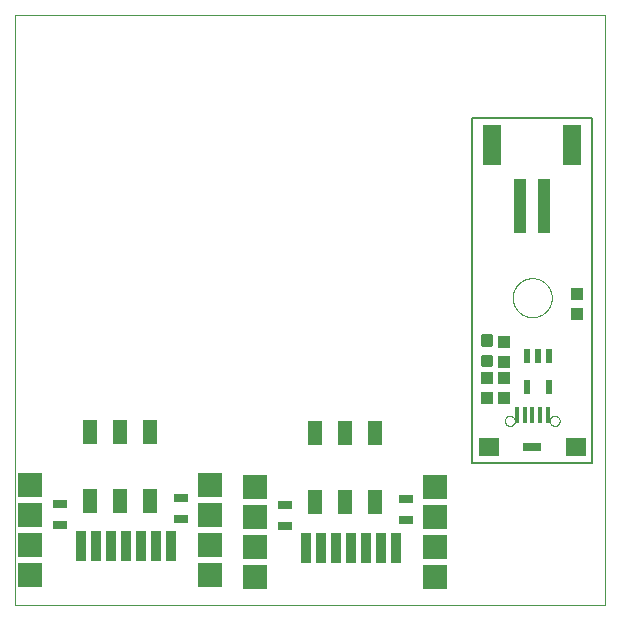
<source format=gtp>
G75*
%MOIN*%
%OFA0B0*%
%FSLAX25Y25*%
%IPPOS*%
%LPD*%
%AMOC8*
5,1,8,0,0,1.08239X$1,22.5*
%
%ADD10C,0.00004*%
%ADD11C,0.00800*%
%ADD12R,0.05000X0.08000*%
%ADD13R,0.03543X0.09843*%
%ADD14R,0.08000X0.08000*%
%ADD15R,0.04724X0.03150*%
%ADD16C,0.01181*%
%ADD17R,0.03937X0.04331*%
%ADD18R,0.02165X0.04724*%
%ADD19C,0.00000*%
%ADD20R,0.01575X0.05512*%
%ADD21R,0.07087X0.05906*%
%ADD22R,0.05906X0.02756*%
%ADD23R,0.03937X0.18110*%
%ADD24R,0.06299X0.13386*%
D10*
X0001500Y0052494D02*
X0001500Y0249344D01*
X0198350Y0249344D01*
X0198350Y0052494D01*
X0001500Y0052494D01*
D11*
X0154000Y0099994D02*
X0194000Y0099994D01*
X0194000Y0214994D01*
X0154000Y0214994D01*
X0154000Y0099994D01*
D12*
X0121500Y0109805D03*
X0111500Y0109805D03*
X0101500Y0109805D03*
X0101500Y0086805D03*
X0111500Y0086805D03*
X0121500Y0086805D03*
X0046500Y0087305D03*
X0036500Y0087305D03*
X0026500Y0087305D03*
X0026500Y0110305D03*
X0036500Y0110305D03*
X0046500Y0110305D03*
D13*
X0048583Y0072222D03*
X0053583Y0072222D03*
X0043583Y0072222D03*
X0038583Y0072222D03*
X0033583Y0072222D03*
X0028583Y0072222D03*
X0023583Y0072222D03*
X0098583Y0071722D03*
X0103583Y0071722D03*
X0108583Y0071722D03*
X0113583Y0071722D03*
X0118583Y0071722D03*
X0123583Y0071722D03*
X0128583Y0071722D03*
D14*
X0141500Y0071994D03*
X0141500Y0081994D03*
X0141500Y0091994D03*
X0141500Y0061994D03*
X0081500Y0061994D03*
X0081500Y0071994D03*
X0081500Y0081994D03*
X0081500Y0091994D03*
X0066500Y0092494D03*
X0066500Y0082494D03*
X0066500Y0072494D03*
X0066500Y0062494D03*
X0006500Y0062494D03*
X0006500Y0072494D03*
X0006500Y0082494D03*
X0006500Y0092494D03*
D15*
X0016500Y0086348D03*
X0016500Y0079262D03*
X0057000Y0081262D03*
X0057000Y0088348D03*
X0091500Y0085848D03*
X0091500Y0078762D03*
X0132000Y0080762D03*
X0132000Y0087848D03*
D16*
X0157622Y0132433D02*
X0160378Y0132433D01*
X0157622Y0132433D02*
X0157622Y0135189D01*
X0160378Y0135189D01*
X0160378Y0132433D01*
X0160378Y0133613D02*
X0157622Y0133613D01*
X0157622Y0134793D02*
X0160378Y0134793D01*
X0160378Y0139339D02*
X0157622Y0139339D01*
X0157622Y0142095D01*
X0160378Y0142095D01*
X0160378Y0139339D01*
X0160378Y0140519D02*
X0157622Y0140519D01*
X0157622Y0141699D02*
X0160378Y0141699D01*
D17*
X0164450Y0140251D03*
X0164450Y0133558D03*
X0164440Y0128111D03*
X0164440Y0121418D03*
X0158950Y0121428D03*
X0158950Y0128121D03*
X0189050Y0149618D03*
X0189050Y0156311D03*
D18*
X0179640Y0135483D03*
X0175900Y0135483D03*
X0172160Y0135483D03*
X0172160Y0125246D03*
X0179640Y0125246D03*
D19*
X0179807Y0113936D02*
X0179809Y0114017D01*
X0179815Y0114099D01*
X0179825Y0114180D01*
X0179839Y0114260D01*
X0179856Y0114339D01*
X0179878Y0114418D01*
X0179903Y0114495D01*
X0179932Y0114572D01*
X0179965Y0114646D01*
X0180002Y0114719D01*
X0180041Y0114790D01*
X0180085Y0114859D01*
X0180131Y0114926D01*
X0180181Y0114990D01*
X0180234Y0115052D01*
X0180290Y0115112D01*
X0180348Y0115168D01*
X0180410Y0115222D01*
X0180474Y0115273D01*
X0180540Y0115320D01*
X0180608Y0115364D01*
X0180679Y0115405D01*
X0180751Y0115442D01*
X0180826Y0115476D01*
X0180901Y0115506D01*
X0180979Y0115532D01*
X0181057Y0115555D01*
X0181136Y0115573D01*
X0181216Y0115588D01*
X0181297Y0115599D01*
X0181378Y0115606D01*
X0181460Y0115609D01*
X0181541Y0115608D01*
X0181622Y0115603D01*
X0181703Y0115594D01*
X0181784Y0115581D01*
X0181864Y0115564D01*
X0181942Y0115544D01*
X0182020Y0115519D01*
X0182097Y0115491D01*
X0182172Y0115459D01*
X0182245Y0115424D01*
X0182316Y0115385D01*
X0182386Y0115342D01*
X0182453Y0115297D01*
X0182519Y0115248D01*
X0182581Y0115196D01*
X0182641Y0115140D01*
X0182698Y0115082D01*
X0182753Y0115022D01*
X0182804Y0114958D01*
X0182852Y0114893D01*
X0182897Y0114825D01*
X0182939Y0114755D01*
X0182977Y0114683D01*
X0183012Y0114609D01*
X0183043Y0114534D01*
X0183070Y0114457D01*
X0183093Y0114379D01*
X0183113Y0114300D01*
X0183129Y0114220D01*
X0183141Y0114139D01*
X0183149Y0114058D01*
X0183153Y0113977D01*
X0183153Y0113895D01*
X0183149Y0113814D01*
X0183141Y0113733D01*
X0183129Y0113652D01*
X0183113Y0113572D01*
X0183093Y0113493D01*
X0183070Y0113415D01*
X0183043Y0113338D01*
X0183012Y0113263D01*
X0182977Y0113189D01*
X0182939Y0113117D01*
X0182897Y0113047D01*
X0182852Y0112979D01*
X0182804Y0112914D01*
X0182753Y0112850D01*
X0182698Y0112790D01*
X0182641Y0112732D01*
X0182581Y0112676D01*
X0182519Y0112624D01*
X0182453Y0112575D01*
X0182386Y0112530D01*
X0182317Y0112487D01*
X0182245Y0112448D01*
X0182172Y0112413D01*
X0182097Y0112381D01*
X0182020Y0112353D01*
X0181942Y0112328D01*
X0181864Y0112308D01*
X0181784Y0112291D01*
X0181703Y0112278D01*
X0181622Y0112269D01*
X0181541Y0112264D01*
X0181460Y0112263D01*
X0181378Y0112266D01*
X0181297Y0112273D01*
X0181216Y0112284D01*
X0181136Y0112299D01*
X0181057Y0112317D01*
X0180979Y0112340D01*
X0180901Y0112366D01*
X0180826Y0112396D01*
X0180751Y0112430D01*
X0180679Y0112467D01*
X0180608Y0112508D01*
X0180540Y0112552D01*
X0180474Y0112599D01*
X0180410Y0112650D01*
X0180348Y0112704D01*
X0180290Y0112760D01*
X0180234Y0112820D01*
X0180181Y0112882D01*
X0180131Y0112946D01*
X0180085Y0113013D01*
X0180041Y0113082D01*
X0180002Y0113153D01*
X0179965Y0113226D01*
X0179932Y0113300D01*
X0179903Y0113377D01*
X0179878Y0113454D01*
X0179856Y0113533D01*
X0179839Y0113612D01*
X0179825Y0113692D01*
X0179815Y0113773D01*
X0179809Y0113855D01*
X0179807Y0113936D01*
X0164847Y0113936D02*
X0164849Y0114017D01*
X0164855Y0114099D01*
X0164865Y0114180D01*
X0164879Y0114260D01*
X0164896Y0114339D01*
X0164918Y0114418D01*
X0164943Y0114495D01*
X0164972Y0114572D01*
X0165005Y0114646D01*
X0165042Y0114719D01*
X0165081Y0114790D01*
X0165125Y0114859D01*
X0165171Y0114926D01*
X0165221Y0114990D01*
X0165274Y0115052D01*
X0165330Y0115112D01*
X0165388Y0115168D01*
X0165450Y0115222D01*
X0165514Y0115273D01*
X0165580Y0115320D01*
X0165648Y0115364D01*
X0165719Y0115405D01*
X0165791Y0115442D01*
X0165866Y0115476D01*
X0165941Y0115506D01*
X0166019Y0115532D01*
X0166097Y0115555D01*
X0166176Y0115573D01*
X0166256Y0115588D01*
X0166337Y0115599D01*
X0166418Y0115606D01*
X0166500Y0115609D01*
X0166581Y0115608D01*
X0166662Y0115603D01*
X0166743Y0115594D01*
X0166824Y0115581D01*
X0166904Y0115564D01*
X0166982Y0115544D01*
X0167060Y0115519D01*
X0167137Y0115491D01*
X0167212Y0115459D01*
X0167285Y0115424D01*
X0167356Y0115385D01*
X0167426Y0115342D01*
X0167493Y0115297D01*
X0167559Y0115248D01*
X0167621Y0115196D01*
X0167681Y0115140D01*
X0167738Y0115082D01*
X0167793Y0115022D01*
X0167844Y0114958D01*
X0167892Y0114893D01*
X0167937Y0114825D01*
X0167979Y0114755D01*
X0168017Y0114683D01*
X0168052Y0114609D01*
X0168083Y0114534D01*
X0168110Y0114457D01*
X0168133Y0114379D01*
X0168153Y0114300D01*
X0168169Y0114220D01*
X0168181Y0114139D01*
X0168189Y0114058D01*
X0168193Y0113977D01*
X0168193Y0113895D01*
X0168189Y0113814D01*
X0168181Y0113733D01*
X0168169Y0113652D01*
X0168153Y0113572D01*
X0168133Y0113493D01*
X0168110Y0113415D01*
X0168083Y0113338D01*
X0168052Y0113263D01*
X0168017Y0113189D01*
X0167979Y0113117D01*
X0167937Y0113047D01*
X0167892Y0112979D01*
X0167844Y0112914D01*
X0167793Y0112850D01*
X0167738Y0112790D01*
X0167681Y0112732D01*
X0167621Y0112676D01*
X0167559Y0112624D01*
X0167493Y0112575D01*
X0167426Y0112530D01*
X0167357Y0112487D01*
X0167285Y0112448D01*
X0167212Y0112413D01*
X0167137Y0112381D01*
X0167060Y0112353D01*
X0166982Y0112328D01*
X0166904Y0112308D01*
X0166824Y0112291D01*
X0166743Y0112278D01*
X0166662Y0112269D01*
X0166581Y0112264D01*
X0166500Y0112263D01*
X0166418Y0112266D01*
X0166337Y0112273D01*
X0166256Y0112284D01*
X0166176Y0112299D01*
X0166097Y0112317D01*
X0166019Y0112340D01*
X0165941Y0112366D01*
X0165866Y0112396D01*
X0165791Y0112430D01*
X0165719Y0112467D01*
X0165648Y0112508D01*
X0165580Y0112552D01*
X0165514Y0112599D01*
X0165450Y0112650D01*
X0165388Y0112704D01*
X0165330Y0112760D01*
X0165274Y0112820D01*
X0165221Y0112882D01*
X0165171Y0112946D01*
X0165125Y0113013D01*
X0165081Y0113082D01*
X0165042Y0113153D01*
X0165005Y0113226D01*
X0164972Y0113300D01*
X0164943Y0113377D01*
X0164918Y0113454D01*
X0164896Y0113533D01*
X0164879Y0113612D01*
X0164865Y0113692D01*
X0164855Y0113773D01*
X0164849Y0113855D01*
X0164847Y0113936D01*
X0167500Y0154994D02*
X0167502Y0155155D01*
X0167508Y0155315D01*
X0167518Y0155476D01*
X0167532Y0155636D01*
X0167550Y0155796D01*
X0167571Y0155955D01*
X0167597Y0156114D01*
X0167627Y0156272D01*
X0167660Y0156429D01*
X0167698Y0156586D01*
X0167739Y0156741D01*
X0167784Y0156895D01*
X0167833Y0157048D01*
X0167886Y0157200D01*
X0167942Y0157351D01*
X0168003Y0157500D01*
X0168066Y0157648D01*
X0168134Y0157794D01*
X0168205Y0157938D01*
X0168279Y0158080D01*
X0168357Y0158221D01*
X0168439Y0158359D01*
X0168524Y0158496D01*
X0168612Y0158630D01*
X0168704Y0158762D01*
X0168799Y0158892D01*
X0168897Y0159020D01*
X0168998Y0159145D01*
X0169102Y0159267D01*
X0169209Y0159387D01*
X0169319Y0159504D01*
X0169432Y0159619D01*
X0169548Y0159730D01*
X0169667Y0159839D01*
X0169788Y0159944D01*
X0169912Y0160047D01*
X0170038Y0160147D01*
X0170166Y0160243D01*
X0170297Y0160336D01*
X0170431Y0160426D01*
X0170566Y0160513D01*
X0170704Y0160596D01*
X0170843Y0160676D01*
X0170985Y0160752D01*
X0171128Y0160825D01*
X0171273Y0160894D01*
X0171420Y0160960D01*
X0171568Y0161022D01*
X0171718Y0161080D01*
X0171869Y0161135D01*
X0172022Y0161186D01*
X0172176Y0161233D01*
X0172331Y0161276D01*
X0172487Y0161315D01*
X0172643Y0161351D01*
X0172801Y0161382D01*
X0172959Y0161410D01*
X0173118Y0161434D01*
X0173278Y0161454D01*
X0173438Y0161470D01*
X0173598Y0161482D01*
X0173759Y0161490D01*
X0173920Y0161494D01*
X0174080Y0161494D01*
X0174241Y0161490D01*
X0174402Y0161482D01*
X0174562Y0161470D01*
X0174722Y0161454D01*
X0174882Y0161434D01*
X0175041Y0161410D01*
X0175199Y0161382D01*
X0175357Y0161351D01*
X0175513Y0161315D01*
X0175669Y0161276D01*
X0175824Y0161233D01*
X0175978Y0161186D01*
X0176131Y0161135D01*
X0176282Y0161080D01*
X0176432Y0161022D01*
X0176580Y0160960D01*
X0176727Y0160894D01*
X0176872Y0160825D01*
X0177015Y0160752D01*
X0177157Y0160676D01*
X0177296Y0160596D01*
X0177434Y0160513D01*
X0177569Y0160426D01*
X0177703Y0160336D01*
X0177834Y0160243D01*
X0177962Y0160147D01*
X0178088Y0160047D01*
X0178212Y0159944D01*
X0178333Y0159839D01*
X0178452Y0159730D01*
X0178568Y0159619D01*
X0178681Y0159504D01*
X0178791Y0159387D01*
X0178898Y0159267D01*
X0179002Y0159145D01*
X0179103Y0159020D01*
X0179201Y0158892D01*
X0179296Y0158762D01*
X0179388Y0158630D01*
X0179476Y0158496D01*
X0179561Y0158359D01*
X0179643Y0158221D01*
X0179721Y0158080D01*
X0179795Y0157938D01*
X0179866Y0157794D01*
X0179934Y0157648D01*
X0179997Y0157500D01*
X0180058Y0157351D01*
X0180114Y0157200D01*
X0180167Y0157048D01*
X0180216Y0156895D01*
X0180261Y0156741D01*
X0180302Y0156586D01*
X0180340Y0156429D01*
X0180373Y0156272D01*
X0180403Y0156114D01*
X0180429Y0155955D01*
X0180450Y0155796D01*
X0180468Y0155636D01*
X0180482Y0155476D01*
X0180492Y0155315D01*
X0180498Y0155155D01*
X0180500Y0154994D01*
X0180498Y0154833D01*
X0180492Y0154673D01*
X0180482Y0154512D01*
X0180468Y0154352D01*
X0180450Y0154192D01*
X0180429Y0154033D01*
X0180403Y0153874D01*
X0180373Y0153716D01*
X0180340Y0153559D01*
X0180302Y0153402D01*
X0180261Y0153247D01*
X0180216Y0153093D01*
X0180167Y0152940D01*
X0180114Y0152788D01*
X0180058Y0152637D01*
X0179997Y0152488D01*
X0179934Y0152340D01*
X0179866Y0152194D01*
X0179795Y0152050D01*
X0179721Y0151908D01*
X0179643Y0151767D01*
X0179561Y0151629D01*
X0179476Y0151492D01*
X0179388Y0151358D01*
X0179296Y0151226D01*
X0179201Y0151096D01*
X0179103Y0150968D01*
X0179002Y0150843D01*
X0178898Y0150721D01*
X0178791Y0150601D01*
X0178681Y0150484D01*
X0178568Y0150369D01*
X0178452Y0150258D01*
X0178333Y0150149D01*
X0178212Y0150044D01*
X0178088Y0149941D01*
X0177962Y0149841D01*
X0177834Y0149745D01*
X0177703Y0149652D01*
X0177569Y0149562D01*
X0177434Y0149475D01*
X0177296Y0149392D01*
X0177157Y0149312D01*
X0177015Y0149236D01*
X0176872Y0149163D01*
X0176727Y0149094D01*
X0176580Y0149028D01*
X0176432Y0148966D01*
X0176282Y0148908D01*
X0176131Y0148853D01*
X0175978Y0148802D01*
X0175824Y0148755D01*
X0175669Y0148712D01*
X0175513Y0148673D01*
X0175357Y0148637D01*
X0175199Y0148606D01*
X0175041Y0148578D01*
X0174882Y0148554D01*
X0174722Y0148534D01*
X0174562Y0148518D01*
X0174402Y0148506D01*
X0174241Y0148498D01*
X0174080Y0148494D01*
X0173920Y0148494D01*
X0173759Y0148498D01*
X0173598Y0148506D01*
X0173438Y0148518D01*
X0173278Y0148534D01*
X0173118Y0148554D01*
X0172959Y0148578D01*
X0172801Y0148606D01*
X0172643Y0148637D01*
X0172487Y0148673D01*
X0172331Y0148712D01*
X0172176Y0148755D01*
X0172022Y0148802D01*
X0171869Y0148853D01*
X0171718Y0148908D01*
X0171568Y0148966D01*
X0171420Y0149028D01*
X0171273Y0149094D01*
X0171128Y0149163D01*
X0170985Y0149236D01*
X0170843Y0149312D01*
X0170704Y0149392D01*
X0170566Y0149475D01*
X0170431Y0149562D01*
X0170297Y0149652D01*
X0170166Y0149745D01*
X0170038Y0149841D01*
X0169912Y0149941D01*
X0169788Y0150044D01*
X0169667Y0150149D01*
X0169548Y0150258D01*
X0169432Y0150369D01*
X0169319Y0150484D01*
X0169209Y0150601D01*
X0169102Y0150721D01*
X0168998Y0150843D01*
X0168897Y0150968D01*
X0168799Y0151096D01*
X0168704Y0151226D01*
X0168612Y0151358D01*
X0168524Y0151492D01*
X0168439Y0151629D01*
X0168357Y0151767D01*
X0168279Y0151908D01*
X0168205Y0152050D01*
X0168134Y0152194D01*
X0168066Y0152340D01*
X0168003Y0152488D01*
X0167942Y0152637D01*
X0167886Y0152788D01*
X0167833Y0152940D01*
X0167784Y0153093D01*
X0167739Y0153247D01*
X0167698Y0153402D01*
X0167660Y0153559D01*
X0167627Y0153716D01*
X0167597Y0153874D01*
X0167571Y0154033D01*
X0167550Y0154192D01*
X0167532Y0154352D01*
X0167518Y0154512D01*
X0167508Y0154673D01*
X0167502Y0154833D01*
X0167500Y0154994D01*
D20*
X0168882Y0115904D03*
X0171441Y0115904D03*
X0174000Y0115904D03*
X0176559Y0115904D03*
X0179118Y0115904D03*
D21*
X0188504Y0105274D03*
X0159496Y0105274D03*
D22*
X0174000Y0105274D03*
D23*
X0170063Y0185427D03*
X0177937Y0185427D03*
D24*
X0187386Y0205900D03*
X0160614Y0205900D03*
M02*

</source>
